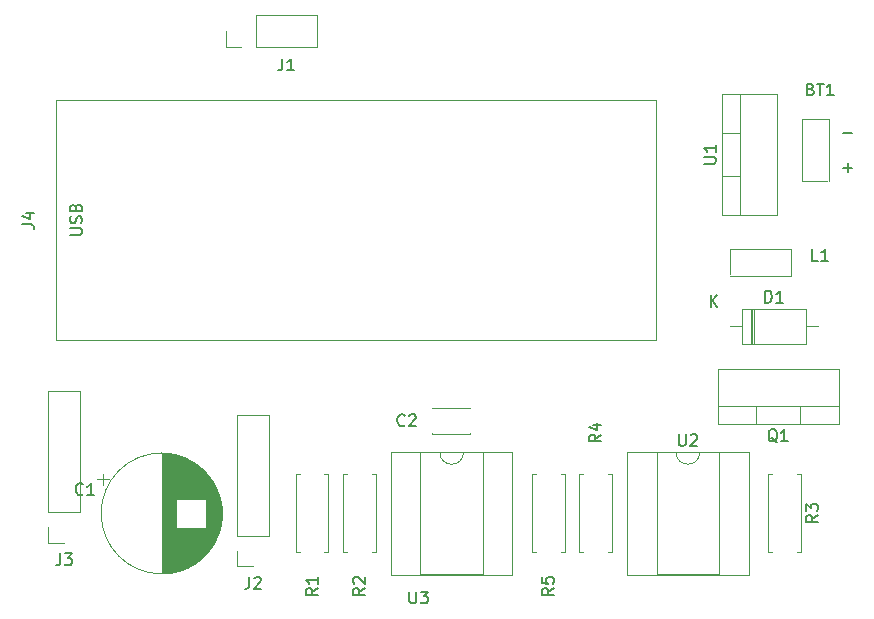
<source format=gto>
G04 #@! TF.GenerationSoftware,KiCad,Pcbnew,(5.1.9)-1*
G04 #@! TF.CreationDate,2021-07-28T14:53:51+01:00*
G04 #@! TF.ProjectId,Autocroft_node,4175746f-6372-46f6-9674-5f6e6f64652e,rev?*
G04 #@! TF.SameCoordinates,Original*
G04 #@! TF.FileFunction,Legend,Top*
G04 #@! TF.FilePolarity,Positive*
%FSLAX46Y46*%
G04 Gerber Fmt 4.6, Leading zero omitted, Abs format (unit mm)*
G04 Created by KiCad (PCBNEW (5.1.9)-1) date 2021-07-28 14:53:51*
%MOMM*%
%LPD*%
G01*
G04 APERTURE LIST*
%ADD10C,0.150000*%
%ADD11C,0.120000*%
G04 APERTURE END LIST*
D10*
X202951127Y-55557728D02*
X203713032Y-55557728D01*
X203332080Y-55938680D02*
X203332080Y-55176776D01*
X202951127Y-52664668D02*
X203713032Y-52664668D01*
D11*
X138330000Y-84730000D02*
X135670000Y-84730000D01*
X138330000Y-84730000D02*
X138330000Y-74510000D01*
X138330000Y-74510000D02*
X135670000Y-74510000D01*
X135670000Y-84730000D02*
X135670000Y-74510000D01*
X135670000Y-87330000D02*
X135670000Y-86000000D01*
X137000000Y-87330000D02*
X135670000Y-87330000D01*
X201730000Y-51460000D02*
X201730000Y-56667000D01*
X199444000Y-51460000D02*
X201730000Y-51460000D01*
X199444000Y-56667000D02*
X199444000Y-51460000D01*
X201603000Y-56667000D02*
X199444000Y-56667000D01*
X150368000Y-84836000D02*
G75*
G03*
X150368000Y-84836000I-5120000J0D01*
G01*
X145248000Y-79756000D02*
X145248000Y-89916000D01*
X145288000Y-79756000D02*
X145288000Y-89916000D01*
X145328000Y-79756000D02*
X145328000Y-89916000D01*
X145368000Y-79757000D02*
X145368000Y-89915000D01*
X145408000Y-79758000D02*
X145408000Y-89914000D01*
X145448000Y-79759000D02*
X145448000Y-89913000D01*
X145488000Y-79761000D02*
X145488000Y-89911000D01*
X145528000Y-79763000D02*
X145528000Y-89909000D01*
X145568000Y-79766000D02*
X145568000Y-89906000D01*
X145608000Y-79768000D02*
X145608000Y-89904000D01*
X145648000Y-79771000D02*
X145648000Y-89901000D01*
X145688000Y-79774000D02*
X145688000Y-89898000D01*
X145728000Y-79778000D02*
X145728000Y-89894000D01*
X145768000Y-79782000D02*
X145768000Y-89890000D01*
X145808000Y-79786000D02*
X145808000Y-89886000D01*
X145848000Y-79791000D02*
X145848000Y-89881000D01*
X145888000Y-79796000D02*
X145888000Y-89876000D01*
X145928000Y-79801000D02*
X145928000Y-89871000D01*
X145969000Y-79806000D02*
X145969000Y-89866000D01*
X146009000Y-79812000D02*
X146009000Y-89860000D01*
X146049000Y-79818000D02*
X146049000Y-89854000D01*
X146089000Y-79825000D02*
X146089000Y-89847000D01*
X146129000Y-79832000D02*
X146129000Y-89840000D01*
X146169000Y-79839000D02*
X146169000Y-89833000D01*
X146209000Y-79846000D02*
X146209000Y-89826000D01*
X146249000Y-79854000D02*
X146249000Y-89818000D01*
X146289000Y-79862000D02*
X146289000Y-89810000D01*
X146329000Y-79871000D02*
X146329000Y-89801000D01*
X146369000Y-79880000D02*
X146369000Y-89792000D01*
X146409000Y-79889000D02*
X146409000Y-89783000D01*
X146449000Y-79898000D02*
X146449000Y-89774000D01*
X146489000Y-79908000D02*
X146489000Y-89764000D01*
X146529000Y-79918000D02*
X146529000Y-83595000D01*
X146529000Y-86077000D02*
X146529000Y-89754000D01*
X146569000Y-79929000D02*
X146569000Y-83595000D01*
X146569000Y-86077000D02*
X146569000Y-89743000D01*
X146609000Y-79939000D02*
X146609000Y-83595000D01*
X146609000Y-86077000D02*
X146609000Y-89733000D01*
X146649000Y-79951000D02*
X146649000Y-83595000D01*
X146649000Y-86077000D02*
X146649000Y-89721000D01*
X146689000Y-79962000D02*
X146689000Y-83595000D01*
X146689000Y-86077000D02*
X146689000Y-89710000D01*
X146729000Y-79974000D02*
X146729000Y-83595000D01*
X146729000Y-86077000D02*
X146729000Y-89698000D01*
X146769000Y-79986000D02*
X146769000Y-83595000D01*
X146769000Y-86077000D02*
X146769000Y-89686000D01*
X146809000Y-79999000D02*
X146809000Y-83595000D01*
X146809000Y-86077000D02*
X146809000Y-89673000D01*
X146849000Y-80012000D02*
X146849000Y-83595000D01*
X146849000Y-86077000D02*
X146849000Y-89660000D01*
X146889000Y-80025000D02*
X146889000Y-83595000D01*
X146889000Y-86077000D02*
X146889000Y-89647000D01*
X146929000Y-80039000D02*
X146929000Y-83595000D01*
X146929000Y-86077000D02*
X146929000Y-89633000D01*
X146969000Y-80053000D02*
X146969000Y-83595000D01*
X146969000Y-86077000D02*
X146969000Y-89619000D01*
X147009000Y-80068000D02*
X147009000Y-83595000D01*
X147009000Y-86077000D02*
X147009000Y-89604000D01*
X147049000Y-80082000D02*
X147049000Y-83595000D01*
X147049000Y-86077000D02*
X147049000Y-89590000D01*
X147089000Y-80098000D02*
X147089000Y-83595000D01*
X147089000Y-86077000D02*
X147089000Y-89574000D01*
X147129000Y-80113000D02*
X147129000Y-83595000D01*
X147129000Y-86077000D02*
X147129000Y-89559000D01*
X147169000Y-80129000D02*
X147169000Y-83595000D01*
X147169000Y-86077000D02*
X147169000Y-89543000D01*
X147209000Y-80146000D02*
X147209000Y-83595000D01*
X147209000Y-86077000D02*
X147209000Y-89526000D01*
X147249000Y-80162000D02*
X147249000Y-83595000D01*
X147249000Y-86077000D02*
X147249000Y-89510000D01*
X147289000Y-80179000D02*
X147289000Y-83595000D01*
X147289000Y-86077000D02*
X147289000Y-89493000D01*
X147329000Y-80197000D02*
X147329000Y-83595000D01*
X147329000Y-86077000D02*
X147329000Y-89475000D01*
X147369000Y-80215000D02*
X147369000Y-83595000D01*
X147369000Y-86077000D02*
X147369000Y-89457000D01*
X147409000Y-80233000D02*
X147409000Y-83595000D01*
X147409000Y-86077000D02*
X147409000Y-89439000D01*
X147449000Y-80252000D02*
X147449000Y-83595000D01*
X147449000Y-86077000D02*
X147449000Y-89420000D01*
X147489000Y-80272000D02*
X147489000Y-83595000D01*
X147489000Y-86077000D02*
X147489000Y-89400000D01*
X147529000Y-80291000D02*
X147529000Y-83595000D01*
X147529000Y-86077000D02*
X147529000Y-89381000D01*
X147569000Y-80311000D02*
X147569000Y-83595000D01*
X147569000Y-86077000D02*
X147569000Y-89361000D01*
X147609000Y-80332000D02*
X147609000Y-83595000D01*
X147609000Y-86077000D02*
X147609000Y-89340000D01*
X147649000Y-80353000D02*
X147649000Y-83595000D01*
X147649000Y-86077000D02*
X147649000Y-89319000D01*
X147689000Y-80374000D02*
X147689000Y-83595000D01*
X147689000Y-86077000D02*
X147689000Y-89298000D01*
X147729000Y-80396000D02*
X147729000Y-83595000D01*
X147729000Y-86077000D02*
X147729000Y-89276000D01*
X147769000Y-80419000D02*
X147769000Y-83595000D01*
X147769000Y-86077000D02*
X147769000Y-89253000D01*
X147809000Y-80441000D02*
X147809000Y-83595000D01*
X147809000Y-86077000D02*
X147809000Y-89231000D01*
X147849000Y-80465000D02*
X147849000Y-83595000D01*
X147849000Y-86077000D02*
X147849000Y-89207000D01*
X147889000Y-80489000D02*
X147889000Y-83595000D01*
X147889000Y-86077000D02*
X147889000Y-89183000D01*
X147929000Y-80513000D02*
X147929000Y-83595000D01*
X147929000Y-86077000D02*
X147929000Y-89159000D01*
X147969000Y-80538000D02*
X147969000Y-83595000D01*
X147969000Y-86077000D02*
X147969000Y-89134000D01*
X148009000Y-80563000D02*
X148009000Y-83595000D01*
X148009000Y-86077000D02*
X148009000Y-89109000D01*
X148049000Y-80589000D02*
X148049000Y-83595000D01*
X148049000Y-86077000D02*
X148049000Y-89083000D01*
X148089000Y-80615000D02*
X148089000Y-83595000D01*
X148089000Y-86077000D02*
X148089000Y-89057000D01*
X148129000Y-80642000D02*
X148129000Y-83595000D01*
X148129000Y-86077000D02*
X148129000Y-89030000D01*
X148169000Y-80670000D02*
X148169000Y-83595000D01*
X148169000Y-86077000D02*
X148169000Y-89002000D01*
X148209000Y-80698000D02*
X148209000Y-83595000D01*
X148209000Y-86077000D02*
X148209000Y-88974000D01*
X148249000Y-80726000D02*
X148249000Y-83595000D01*
X148249000Y-86077000D02*
X148249000Y-88946000D01*
X148289000Y-80756000D02*
X148289000Y-83595000D01*
X148289000Y-86077000D02*
X148289000Y-88916000D01*
X148329000Y-80786000D02*
X148329000Y-83595000D01*
X148329000Y-86077000D02*
X148329000Y-88886000D01*
X148369000Y-80816000D02*
X148369000Y-83595000D01*
X148369000Y-86077000D02*
X148369000Y-88856000D01*
X148409000Y-80847000D02*
X148409000Y-83595000D01*
X148409000Y-86077000D02*
X148409000Y-88825000D01*
X148449000Y-80879000D02*
X148449000Y-83595000D01*
X148449000Y-86077000D02*
X148449000Y-88793000D01*
X148489000Y-80911000D02*
X148489000Y-83595000D01*
X148489000Y-86077000D02*
X148489000Y-88761000D01*
X148529000Y-80944000D02*
X148529000Y-83595000D01*
X148529000Y-86077000D02*
X148529000Y-88728000D01*
X148569000Y-80978000D02*
X148569000Y-83595000D01*
X148569000Y-86077000D02*
X148569000Y-88694000D01*
X148609000Y-81012000D02*
X148609000Y-83595000D01*
X148609000Y-86077000D02*
X148609000Y-88660000D01*
X148649000Y-81047000D02*
X148649000Y-83595000D01*
X148649000Y-86077000D02*
X148649000Y-88625000D01*
X148689000Y-81083000D02*
X148689000Y-83595000D01*
X148689000Y-86077000D02*
X148689000Y-88589000D01*
X148729000Y-81120000D02*
X148729000Y-83595000D01*
X148729000Y-86077000D02*
X148729000Y-88552000D01*
X148769000Y-81157000D02*
X148769000Y-83595000D01*
X148769000Y-86077000D02*
X148769000Y-88515000D01*
X148809000Y-81196000D02*
X148809000Y-83595000D01*
X148809000Y-86077000D02*
X148809000Y-88476000D01*
X148849000Y-81235000D02*
X148849000Y-83595000D01*
X148849000Y-86077000D02*
X148849000Y-88437000D01*
X148889000Y-81275000D02*
X148889000Y-83595000D01*
X148889000Y-86077000D02*
X148889000Y-88397000D01*
X148929000Y-81316000D02*
X148929000Y-83595000D01*
X148929000Y-86077000D02*
X148929000Y-88356000D01*
X148969000Y-81358000D02*
X148969000Y-83595000D01*
X148969000Y-86077000D02*
X148969000Y-88314000D01*
X149009000Y-81400000D02*
X149009000Y-88272000D01*
X149049000Y-81444000D02*
X149049000Y-88228000D01*
X149089000Y-81489000D02*
X149089000Y-88183000D01*
X149129000Y-81535000D02*
X149129000Y-88137000D01*
X149169000Y-81582000D02*
X149169000Y-88090000D01*
X149209000Y-81630000D02*
X149209000Y-88042000D01*
X149249000Y-81680000D02*
X149249000Y-87992000D01*
X149289000Y-81730000D02*
X149289000Y-87942000D01*
X149329000Y-81782000D02*
X149329000Y-87890000D01*
X149369000Y-81836000D02*
X149369000Y-87836000D01*
X149409000Y-81891000D02*
X149409000Y-87781000D01*
X149449000Y-81947000D02*
X149449000Y-87725000D01*
X149489000Y-82006000D02*
X149489000Y-87666000D01*
X149529000Y-82066000D02*
X149529000Y-87606000D01*
X149569000Y-82127000D02*
X149569000Y-87545000D01*
X149609000Y-82191000D02*
X149609000Y-87481000D01*
X149649000Y-82257000D02*
X149649000Y-87415000D01*
X149689000Y-82326000D02*
X149689000Y-87346000D01*
X149729000Y-82397000D02*
X149729000Y-87275000D01*
X149769000Y-82471000D02*
X149769000Y-87201000D01*
X149809000Y-82547000D02*
X149809000Y-87125000D01*
X149849000Y-82627000D02*
X149849000Y-87045000D01*
X149889000Y-82711000D02*
X149889000Y-86961000D01*
X149929000Y-82799000D02*
X149929000Y-86873000D01*
X149969000Y-82892000D02*
X149969000Y-86780000D01*
X150009000Y-82990000D02*
X150009000Y-86682000D01*
X150049000Y-83094000D02*
X150049000Y-86578000D01*
X150089000Y-83206000D02*
X150089000Y-86466000D01*
X150129000Y-83326000D02*
X150129000Y-86346000D01*
X150169000Y-83458000D02*
X150169000Y-86214000D01*
X150209000Y-83606000D02*
X150209000Y-86066000D01*
X150249000Y-83774000D02*
X150249000Y-85898000D01*
X150289000Y-83974000D02*
X150289000Y-85698000D01*
X150329000Y-84237000D02*
X150329000Y-85435000D01*
X139768354Y-81961000D02*
X140768354Y-81961000D01*
X140268354Y-81461000D02*
X140268354Y-82461000D01*
X171370000Y-78120000D02*
X168130000Y-78120000D01*
X171370000Y-75880000D02*
X168130000Y-75880000D01*
X171370000Y-78120000D02*
X171370000Y-78055000D01*
X171370000Y-75945000D02*
X171370000Y-75880000D01*
X168130000Y-78120000D02*
X168130000Y-78055000D01*
X168130000Y-75945000D02*
X168130000Y-75880000D01*
X194360000Y-67530000D02*
X194360000Y-70470000D01*
X194360000Y-70470000D02*
X199800000Y-70470000D01*
X199800000Y-70470000D02*
X199800000Y-67530000D01*
X199800000Y-67530000D02*
X194360000Y-67530000D01*
X193340000Y-69000000D02*
X194360000Y-69000000D01*
X200820000Y-69000000D02*
X199800000Y-69000000D01*
X195260000Y-67530000D02*
X195260000Y-70470000D01*
X195380000Y-67530000D02*
X195380000Y-70470000D01*
X195140000Y-67530000D02*
X195140000Y-70470000D01*
X158410000Y-45330000D02*
X158410000Y-42670000D01*
X153270000Y-45330000D02*
X158410000Y-45330000D01*
X153270000Y-42670000D02*
X158410000Y-42670000D01*
X153270000Y-45330000D02*
X153270000Y-42670000D01*
X152000000Y-45330000D02*
X150670000Y-45330000D01*
X150670000Y-45330000D02*
X150670000Y-44000000D01*
X154330000Y-86730000D02*
X151670000Y-86730000D01*
X154330000Y-86730000D02*
X154330000Y-76510000D01*
X154330000Y-76510000D02*
X151670000Y-76510000D01*
X151670000Y-86730000D02*
X151670000Y-76510000D01*
X151670000Y-89330000D02*
X151670000Y-88000000D01*
X153000000Y-89330000D02*
X151670000Y-89330000D01*
X187070000Y-49840000D02*
X136270000Y-49840000D01*
X187070000Y-70160000D02*
X187070000Y-49840000D01*
X136270000Y-70160000D02*
X187070000Y-70160000D01*
X136270000Y-49840000D02*
X136270000Y-70160000D01*
X193333000Y-64603000D02*
X193333000Y-62444000D01*
X193333000Y-62444000D02*
X198540000Y-62444000D01*
X198540000Y-62444000D02*
X198540000Y-64730000D01*
X198540000Y-64730000D02*
X193333000Y-64730000D01*
X202580000Y-77270000D02*
X192340000Y-77270000D01*
X202580000Y-72629000D02*
X192340000Y-72629000D01*
X202580000Y-77270000D02*
X202580000Y-72629000D01*
X192340000Y-77270000D02*
X192340000Y-72629000D01*
X202580000Y-75760000D02*
X192340000Y-75760000D01*
X199310000Y-77270000D02*
X199310000Y-75760000D01*
X195609000Y-77270000D02*
X195609000Y-75760000D01*
X159040000Y-81540000D02*
X159370000Y-81540000D01*
X159370000Y-81540000D02*
X159370000Y-88080000D01*
X159370000Y-88080000D02*
X159040000Y-88080000D01*
X156960000Y-81540000D02*
X156630000Y-81540000D01*
X156630000Y-81540000D02*
X156630000Y-88080000D01*
X156630000Y-88080000D02*
X156960000Y-88080000D01*
X160630000Y-88080000D02*
X160960000Y-88080000D01*
X160630000Y-81540000D02*
X160630000Y-88080000D01*
X160960000Y-81540000D02*
X160630000Y-81540000D01*
X163370000Y-88080000D02*
X163040000Y-88080000D01*
X163370000Y-81540000D02*
X163370000Y-88080000D01*
X163040000Y-81540000D02*
X163370000Y-81540000D01*
X199040000Y-81540000D02*
X199370000Y-81540000D01*
X199370000Y-81540000D02*
X199370000Y-88080000D01*
X199370000Y-88080000D02*
X199040000Y-88080000D01*
X196960000Y-81540000D02*
X196630000Y-81540000D01*
X196630000Y-81540000D02*
X196630000Y-88080000D01*
X196630000Y-88080000D02*
X196960000Y-88080000D01*
X183040000Y-81540000D02*
X183370000Y-81540000D01*
X183370000Y-81540000D02*
X183370000Y-88080000D01*
X183370000Y-88080000D02*
X183040000Y-88080000D01*
X180960000Y-81540000D02*
X180630000Y-81540000D01*
X180630000Y-81540000D02*
X180630000Y-88080000D01*
X180630000Y-88080000D02*
X180960000Y-88080000D01*
X176630000Y-88080000D02*
X176960000Y-88080000D01*
X176630000Y-81540000D02*
X176630000Y-88080000D01*
X176960000Y-81540000D02*
X176630000Y-81540000D01*
X179370000Y-88080000D02*
X179040000Y-88080000D01*
X179370000Y-81540000D02*
X179370000Y-88080000D01*
X179040000Y-81540000D02*
X179370000Y-81540000D01*
X192730000Y-52609000D02*
X194240000Y-52609000D01*
X192730000Y-56310000D02*
X194240000Y-56310000D01*
X194240000Y-59580000D02*
X194240000Y-49340000D01*
X192730000Y-49340000D02*
X197371000Y-49340000D01*
X192730000Y-59580000D02*
X197371000Y-59580000D01*
X197371000Y-59580000D02*
X197371000Y-49340000D01*
X192730000Y-59580000D02*
X192730000Y-49340000D01*
X194950000Y-79610000D02*
X184670000Y-79610000D01*
X194950000Y-90010000D02*
X194950000Y-79610000D01*
X184670000Y-90010000D02*
X194950000Y-90010000D01*
X184670000Y-79610000D02*
X184670000Y-90010000D01*
X192460000Y-79670000D02*
X190810000Y-79670000D01*
X192460000Y-89950000D02*
X192460000Y-79670000D01*
X187160000Y-89950000D02*
X192460000Y-89950000D01*
X187160000Y-79670000D02*
X187160000Y-89950000D01*
X188810000Y-79670000D02*
X187160000Y-79670000D01*
X190810000Y-79670000D02*
G75*
G02*
X188810000Y-79670000I-1000000J0D01*
G01*
X168810000Y-79670000D02*
X167160000Y-79670000D01*
X167160000Y-79670000D02*
X167160000Y-89950000D01*
X167160000Y-89950000D02*
X172460000Y-89950000D01*
X172460000Y-89950000D02*
X172460000Y-79670000D01*
X172460000Y-79670000D02*
X170810000Y-79670000D01*
X164670000Y-79610000D02*
X164670000Y-90010000D01*
X164670000Y-90010000D02*
X174950000Y-90010000D01*
X174950000Y-90010000D02*
X174950000Y-79610000D01*
X174950000Y-79610000D02*
X164670000Y-79610000D01*
X170810000Y-79670000D02*
G75*
G02*
X168810000Y-79670000I-1000000J0D01*
G01*
D10*
X136666666Y-88222380D02*
X136666666Y-88936666D01*
X136619047Y-89079523D01*
X136523809Y-89174761D01*
X136380952Y-89222380D01*
X136285714Y-89222380D01*
X137047619Y-88222380D02*
X137666666Y-88222380D01*
X137333333Y-88603333D01*
X137476190Y-88603333D01*
X137571428Y-88650952D01*
X137619047Y-88698571D01*
X137666666Y-88793809D01*
X137666666Y-89031904D01*
X137619047Y-89127142D01*
X137571428Y-89174761D01*
X137476190Y-89222380D01*
X137190476Y-89222380D01*
X137095238Y-89174761D01*
X137047619Y-89127142D01*
X200214285Y-48928571D02*
X200357142Y-48976190D01*
X200404761Y-49023809D01*
X200452380Y-49119047D01*
X200452380Y-49261904D01*
X200404761Y-49357142D01*
X200357142Y-49404761D01*
X200261904Y-49452380D01*
X199880952Y-49452380D01*
X199880952Y-48452380D01*
X200214285Y-48452380D01*
X200309523Y-48500000D01*
X200357142Y-48547619D01*
X200404761Y-48642857D01*
X200404761Y-48738095D01*
X200357142Y-48833333D01*
X200309523Y-48880952D01*
X200214285Y-48928571D01*
X199880952Y-48928571D01*
X200738095Y-48452380D02*
X201309523Y-48452380D01*
X201023809Y-49452380D02*
X201023809Y-48452380D01*
X202166666Y-49452380D02*
X201595238Y-49452380D01*
X201880952Y-49452380D02*
X201880952Y-48452380D01*
X201785714Y-48595238D01*
X201690476Y-48690476D01*
X201595238Y-48738095D01*
X138581333Y-83193142D02*
X138533714Y-83240761D01*
X138390857Y-83288380D01*
X138295619Y-83288380D01*
X138152761Y-83240761D01*
X138057523Y-83145523D01*
X138009904Y-83050285D01*
X137962285Y-82859809D01*
X137962285Y-82716952D01*
X138009904Y-82526476D01*
X138057523Y-82431238D01*
X138152761Y-82336000D01*
X138295619Y-82288380D01*
X138390857Y-82288380D01*
X138533714Y-82336000D01*
X138581333Y-82383619D01*
X139533714Y-83288380D02*
X138962285Y-83288380D01*
X139248000Y-83288380D02*
X139248000Y-82288380D01*
X139152761Y-82431238D01*
X139057523Y-82526476D01*
X138962285Y-82574095D01*
X165833333Y-77357142D02*
X165785714Y-77404761D01*
X165642857Y-77452380D01*
X165547619Y-77452380D01*
X165404761Y-77404761D01*
X165309523Y-77309523D01*
X165261904Y-77214285D01*
X165214285Y-77023809D01*
X165214285Y-76880952D01*
X165261904Y-76690476D01*
X165309523Y-76595238D01*
X165404761Y-76500000D01*
X165547619Y-76452380D01*
X165642857Y-76452380D01*
X165785714Y-76500000D01*
X165833333Y-76547619D01*
X166214285Y-76547619D02*
X166261904Y-76500000D01*
X166357142Y-76452380D01*
X166595238Y-76452380D01*
X166690476Y-76500000D01*
X166738095Y-76547619D01*
X166785714Y-76642857D01*
X166785714Y-76738095D01*
X166738095Y-76880952D01*
X166166666Y-77452380D01*
X166785714Y-77452380D01*
X196341904Y-66982380D02*
X196341904Y-65982380D01*
X196580000Y-65982380D01*
X196722857Y-66030000D01*
X196818095Y-66125238D01*
X196865714Y-66220476D01*
X196913333Y-66410952D01*
X196913333Y-66553809D01*
X196865714Y-66744285D01*
X196818095Y-66839523D01*
X196722857Y-66934761D01*
X196580000Y-66982380D01*
X196341904Y-66982380D01*
X197865714Y-66982380D02*
X197294285Y-66982380D01*
X197580000Y-66982380D02*
X197580000Y-65982380D01*
X197484761Y-66125238D01*
X197389523Y-66220476D01*
X197294285Y-66268095D01*
X191738095Y-67352380D02*
X191738095Y-66352380D01*
X192309523Y-67352380D02*
X191880952Y-66780952D01*
X192309523Y-66352380D02*
X191738095Y-66923809D01*
X155470266Y-46328080D02*
X155470266Y-47042366D01*
X155422647Y-47185223D01*
X155327409Y-47280461D01*
X155184552Y-47328080D01*
X155089314Y-47328080D01*
X156470266Y-47328080D02*
X155898838Y-47328080D01*
X156184552Y-47328080D02*
X156184552Y-46328080D01*
X156089314Y-46470938D01*
X155994076Y-46566176D01*
X155898838Y-46613795D01*
X152666666Y-90222380D02*
X152666666Y-90936666D01*
X152619047Y-91079523D01*
X152523809Y-91174761D01*
X152380952Y-91222380D01*
X152285714Y-91222380D01*
X153095238Y-90317619D02*
X153142857Y-90270000D01*
X153238095Y-90222380D01*
X153476190Y-90222380D01*
X153571428Y-90270000D01*
X153619047Y-90317619D01*
X153666666Y-90412857D01*
X153666666Y-90508095D01*
X153619047Y-90650952D01*
X153047619Y-91222380D01*
X153666666Y-91222380D01*
X133452380Y-60333333D02*
X134166666Y-60333333D01*
X134309523Y-60380952D01*
X134404761Y-60476190D01*
X134452380Y-60619047D01*
X134452380Y-60714285D01*
X133785714Y-59428571D02*
X134452380Y-59428571D01*
X133404761Y-59666666D02*
X134119047Y-59904761D01*
X134119047Y-59285714D01*
X137500380Y-61261904D02*
X138309904Y-61261904D01*
X138405142Y-61214285D01*
X138452761Y-61166666D01*
X138500380Y-61071428D01*
X138500380Y-60880952D01*
X138452761Y-60785714D01*
X138405142Y-60738095D01*
X138309904Y-60690476D01*
X137500380Y-60690476D01*
X138452761Y-60261904D02*
X138500380Y-60119047D01*
X138500380Y-59880952D01*
X138452761Y-59785714D01*
X138405142Y-59738095D01*
X138309904Y-59690476D01*
X138214666Y-59690476D01*
X138119428Y-59738095D01*
X138071809Y-59785714D01*
X138024190Y-59880952D01*
X137976571Y-60071428D01*
X137928952Y-60166666D01*
X137881333Y-60214285D01*
X137786095Y-60261904D01*
X137690857Y-60261904D01*
X137595619Y-60214285D01*
X137548000Y-60166666D01*
X137500380Y-60071428D01*
X137500380Y-59833333D01*
X137548000Y-59690476D01*
X137976571Y-58928571D02*
X138024190Y-58785714D01*
X138071809Y-58738095D01*
X138167047Y-58690476D01*
X138309904Y-58690476D01*
X138405142Y-58738095D01*
X138452761Y-58785714D01*
X138500380Y-58880952D01*
X138500380Y-59261904D01*
X137500380Y-59261904D01*
X137500380Y-58928571D01*
X137548000Y-58833333D01*
X137595619Y-58785714D01*
X137690857Y-58738095D01*
X137786095Y-58738095D01*
X137881333Y-58785714D01*
X137928952Y-58833333D01*
X137976571Y-58928571D01*
X137976571Y-59261904D01*
X200833333Y-63452380D02*
X200357142Y-63452380D01*
X200357142Y-62452380D01*
X201690476Y-63452380D02*
X201119047Y-63452380D01*
X201404761Y-63452380D02*
X201404761Y-62452380D01*
X201309523Y-62595238D01*
X201214285Y-62690476D01*
X201119047Y-62738095D01*
X197364761Y-78817619D02*
X197269523Y-78770000D01*
X197174285Y-78674761D01*
X197031428Y-78531904D01*
X196936190Y-78484285D01*
X196840952Y-78484285D01*
X196888571Y-78722380D02*
X196793333Y-78674761D01*
X196698095Y-78579523D01*
X196650476Y-78389047D01*
X196650476Y-78055714D01*
X196698095Y-77865238D01*
X196793333Y-77770000D01*
X196888571Y-77722380D01*
X197079047Y-77722380D01*
X197174285Y-77770000D01*
X197269523Y-77865238D01*
X197317142Y-78055714D01*
X197317142Y-78389047D01*
X197269523Y-78579523D01*
X197174285Y-78674761D01*
X197079047Y-78722380D01*
X196888571Y-78722380D01*
X198269523Y-78722380D02*
X197698095Y-78722380D01*
X197983809Y-78722380D02*
X197983809Y-77722380D01*
X197888571Y-77865238D01*
X197793333Y-77960476D01*
X197698095Y-78008095D01*
X158452380Y-91166666D02*
X157976190Y-91500000D01*
X158452380Y-91738095D02*
X157452380Y-91738095D01*
X157452380Y-91357142D01*
X157500000Y-91261904D01*
X157547619Y-91214285D01*
X157642857Y-91166666D01*
X157785714Y-91166666D01*
X157880952Y-91214285D01*
X157928571Y-91261904D01*
X157976190Y-91357142D01*
X157976190Y-91738095D01*
X158452380Y-90214285D02*
X158452380Y-90785714D01*
X158452380Y-90500000D02*
X157452380Y-90500000D01*
X157595238Y-90595238D01*
X157690476Y-90690476D01*
X157738095Y-90785714D01*
X162452380Y-91166666D02*
X161976190Y-91500000D01*
X162452380Y-91738095D02*
X161452380Y-91738095D01*
X161452380Y-91357142D01*
X161500000Y-91261904D01*
X161547619Y-91214285D01*
X161642857Y-91166666D01*
X161785714Y-91166666D01*
X161880952Y-91214285D01*
X161928571Y-91261904D01*
X161976190Y-91357142D01*
X161976190Y-91738095D01*
X161547619Y-90785714D02*
X161500000Y-90738095D01*
X161452380Y-90642857D01*
X161452380Y-90404761D01*
X161500000Y-90309523D01*
X161547619Y-90261904D01*
X161642857Y-90214285D01*
X161738095Y-90214285D01*
X161880952Y-90261904D01*
X162452380Y-90833333D01*
X162452380Y-90214285D01*
X200822380Y-84976666D02*
X200346190Y-85310000D01*
X200822380Y-85548095D02*
X199822380Y-85548095D01*
X199822380Y-85167142D01*
X199870000Y-85071904D01*
X199917619Y-85024285D01*
X200012857Y-84976666D01*
X200155714Y-84976666D01*
X200250952Y-85024285D01*
X200298571Y-85071904D01*
X200346190Y-85167142D01*
X200346190Y-85548095D01*
X199822380Y-84643333D02*
X199822380Y-84024285D01*
X200203333Y-84357619D01*
X200203333Y-84214761D01*
X200250952Y-84119523D01*
X200298571Y-84071904D01*
X200393809Y-84024285D01*
X200631904Y-84024285D01*
X200727142Y-84071904D01*
X200774761Y-84119523D01*
X200822380Y-84214761D01*
X200822380Y-84500476D01*
X200774761Y-84595714D01*
X200727142Y-84643333D01*
X182452380Y-78166666D02*
X181976190Y-78500000D01*
X182452380Y-78738095D02*
X181452380Y-78738095D01*
X181452380Y-78357142D01*
X181500000Y-78261904D01*
X181547619Y-78214285D01*
X181642857Y-78166666D01*
X181785714Y-78166666D01*
X181880952Y-78214285D01*
X181928571Y-78261904D01*
X181976190Y-78357142D01*
X181976190Y-78738095D01*
X181785714Y-77309523D02*
X182452380Y-77309523D01*
X181404761Y-77547619D02*
X182119047Y-77785714D01*
X182119047Y-77166666D01*
X178452380Y-91166666D02*
X177976190Y-91500000D01*
X178452380Y-91738095D02*
X177452380Y-91738095D01*
X177452380Y-91357142D01*
X177500000Y-91261904D01*
X177547619Y-91214285D01*
X177642857Y-91166666D01*
X177785714Y-91166666D01*
X177880952Y-91214285D01*
X177928571Y-91261904D01*
X177976190Y-91357142D01*
X177976190Y-91738095D01*
X177452380Y-90261904D02*
X177452380Y-90738095D01*
X177928571Y-90785714D01*
X177880952Y-90738095D01*
X177833333Y-90642857D01*
X177833333Y-90404761D01*
X177880952Y-90309523D01*
X177928571Y-90261904D01*
X178023809Y-90214285D01*
X178261904Y-90214285D01*
X178357142Y-90261904D01*
X178404761Y-90309523D01*
X178452380Y-90404761D01*
X178452380Y-90642857D01*
X178404761Y-90738095D01*
X178357142Y-90785714D01*
X191182380Y-55221904D02*
X191991904Y-55221904D01*
X192087142Y-55174285D01*
X192134761Y-55126666D01*
X192182380Y-55031428D01*
X192182380Y-54840952D01*
X192134761Y-54745714D01*
X192087142Y-54698095D01*
X191991904Y-54650476D01*
X191182380Y-54650476D01*
X192182380Y-53650476D02*
X192182380Y-54221904D01*
X192182380Y-53936190D02*
X191182380Y-53936190D01*
X191325238Y-54031428D01*
X191420476Y-54126666D01*
X191468095Y-54221904D01*
X189048095Y-78122380D02*
X189048095Y-78931904D01*
X189095714Y-79027142D01*
X189143333Y-79074761D01*
X189238571Y-79122380D01*
X189429047Y-79122380D01*
X189524285Y-79074761D01*
X189571904Y-79027142D01*
X189619523Y-78931904D01*
X189619523Y-78122380D01*
X190048095Y-78217619D02*
X190095714Y-78170000D01*
X190190952Y-78122380D01*
X190429047Y-78122380D01*
X190524285Y-78170000D01*
X190571904Y-78217619D01*
X190619523Y-78312857D01*
X190619523Y-78408095D01*
X190571904Y-78550952D01*
X190000476Y-79122380D01*
X190619523Y-79122380D01*
X166238095Y-91452380D02*
X166238095Y-92261904D01*
X166285714Y-92357142D01*
X166333333Y-92404761D01*
X166428571Y-92452380D01*
X166619047Y-92452380D01*
X166714285Y-92404761D01*
X166761904Y-92357142D01*
X166809523Y-92261904D01*
X166809523Y-91452380D01*
X167190476Y-91452380D02*
X167809523Y-91452380D01*
X167476190Y-91833333D01*
X167619047Y-91833333D01*
X167714285Y-91880952D01*
X167761904Y-91928571D01*
X167809523Y-92023809D01*
X167809523Y-92261904D01*
X167761904Y-92357142D01*
X167714285Y-92404761D01*
X167619047Y-92452380D01*
X167333333Y-92452380D01*
X167238095Y-92404761D01*
X167190476Y-92357142D01*
M02*

</source>
